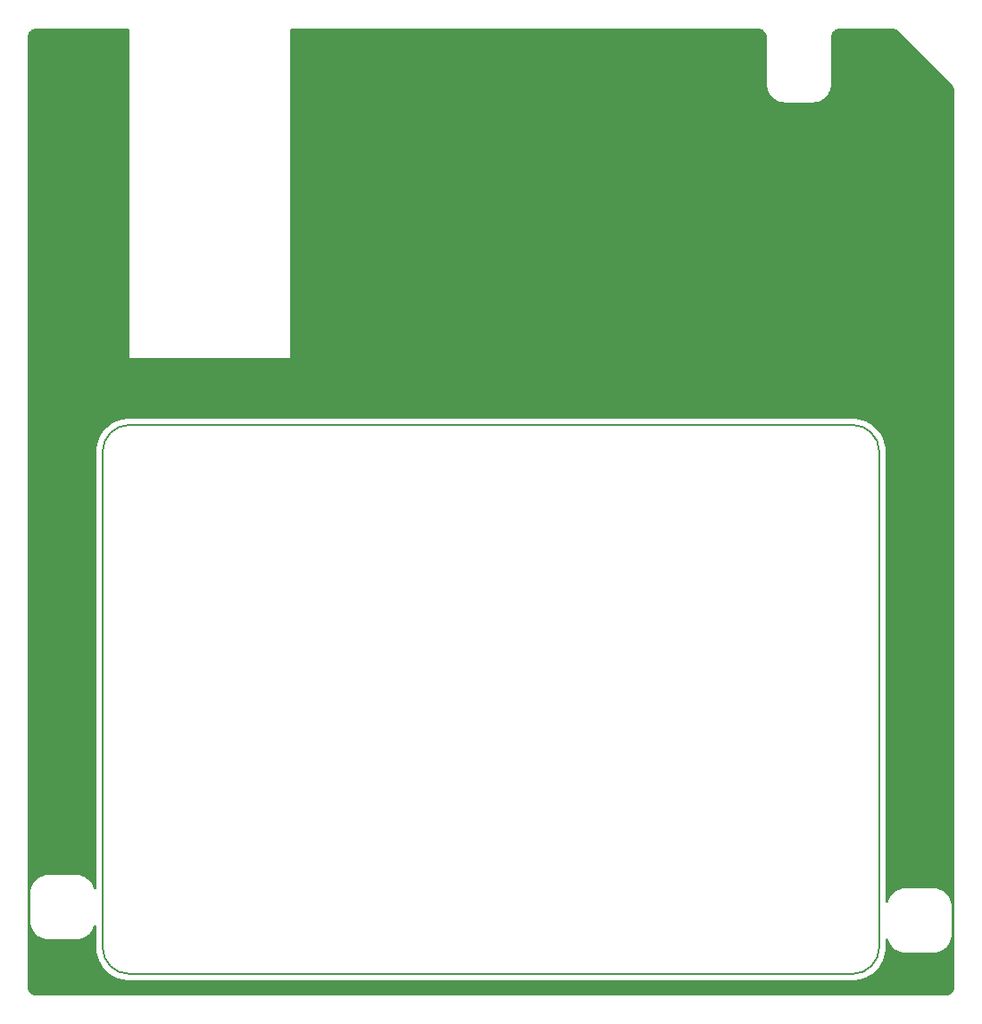
<source format=gtl>
%TF.GenerationSoftware,KiCad,Pcbnew,(6.0.5)*%
%TF.CreationDate,2022-10-23T19:39:55-05:00*%
%TF.ProjectId,floppy-console,666c6f70-7079-42d6-936f-6e736f6c652e,rev?*%
%TF.SameCoordinates,Original*%
%TF.FileFunction,Copper,L1,Top*%
%TF.FilePolarity,Positive*%
%FSLAX46Y46*%
G04 Gerber Fmt 4.6, Leading zero omitted, Abs format (unit mm)*
G04 Created by KiCad (PCBNEW (6.0.5)) date 2022-10-23 19:39:55*
%MOMM*%
%LPD*%
G01*
G04 APERTURE LIST*
%TA.AperFunction,NonConductor*%
%ADD10C,0.150000*%
%TD*%
%TA.AperFunction,ViaPad*%
%ADD11C,0.800000*%
%TD*%
G04 APERTURE END LIST*
D10*
X177800000Y-140970000D02*
G75*
G03*
X180340000Y-138430000I0J2540000D01*
G01*
X109220000Y-88900000D02*
X177800000Y-88900000D01*
X106680000Y-138430000D02*
G75*
G03*
X109220000Y-140970000I2540000J0D01*
G01*
X109220000Y-88900000D02*
G75*
G03*
X106680000Y-91440000I0J-2540000D01*
G01*
X106680000Y-138430000D02*
X106680000Y-91440000D01*
X109220000Y-140970000D02*
X177800000Y-140970000D01*
X180340000Y-91440000D02*
G75*
G03*
X177800000Y-88900000I-2540000J0D01*
G01*
X180340000Y-91440000D02*
X180340000Y-138430000D01*
D11*
%TO.N,+3V3*%
X135890000Y-63500000D03*
X128270000Y-63500000D03*
X140970000Y-63500000D03*
X138430000Y-63500000D03*
X133350000Y-63500000D03*
X130810000Y-63500000D03*
X143510000Y-63500000D03*
X148590000Y-63500000D03*
X125730000Y-63500000D03*
X128270000Y-83820000D03*
X125730000Y-83820000D03*
X127000000Y-83820000D03*
X129540000Y-83820000D03*
X146050000Y-63500000D03*
%TD*%
%TA.AperFunction,Conductor*%
%TO.N,+3V3*%
G36*
X109162121Y-51328502D02*
G01*
X109208614Y-51382158D01*
X109220000Y-51434500D01*
X109220000Y-82550000D01*
X124460000Y-82550000D01*
X124460000Y-51434500D01*
X124480002Y-51366379D01*
X124533658Y-51319886D01*
X124586000Y-51308500D01*
X168860633Y-51308500D01*
X168880018Y-51310000D01*
X168894852Y-51312310D01*
X168894855Y-51312310D01*
X168903724Y-51313691D01*
X168913659Y-51312392D01*
X168914746Y-51312250D01*
X168943431Y-51311793D01*
X169016741Y-51319013D01*
X169046212Y-51321916D01*
X169070432Y-51326733D01*
X169189546Y-51362866D01*
X169212355Y-51372315D01*
X169322124Y-51430987D01*
X169342655Y-51444705D01*
X169438876Y-51523671D01*
X169456329Y-51541124D01*
X169535295Y-51637345D01*
X169549013Y-51657876D01*
X169607685Y-51767645D01*
X169617134Y-51790454D01*
X169653267Y-51909568D01*
X169658084Y-51933789D01*
X169667541Y-52029809D01*
X169667091Y-52045868D01*
X169667800Y-52045877D01*
X169667690Y-52054853D01*
X169666309Y-52063724D01*
X169667473Y-52072626D01*
X169667473Y-52072628D01*
X169670436Y-52095283D01*
X169671500Y-52111621D01*
X169671500Y-56480633D01*
X169670000Y-56500018D01*
X169667690Y-56514851D01*
X169667690Y-56514855D01*
X169666309Y-56523724D01*
X169667130Y-56530000D01*
X169666957Y-56530000D01*
X169685106Y-56783753D01*
X169686062Y-56788147D01*
X169732461Y-57001439D01*
X169739183Y-57032341D01*
X169740755Y-57036556D01*
X169740756Y-57036559D01*
X169787749Y-57162552D01*
X169828087Y-57270703D01*
X169950009Y-57493986D01*
X169952706Y-57497589D01*
X169952710Y-57497595D01*
X170069897Y-57654138D01*
X170102466Y-57697645D01*
X170282355Y-57877534D01*
X170285958Y-57880231D01*
X170482405Y-58027290D01*
X170482411Y-58027294D01*
X170486014Y-58029991D01*
X170709297Y-58151913D01*
X170713509Y-58153484D01*
X170943441Y-58239244D01*
X170943444Y-58239245D01*
X170947659Y-58240817D01*
X170952050Y-58241772D01*
X170952056Y-58241774D01*
X171137513Y-58282117D01*
X171196247Y-58294894D01*
X171200735Y-58295215D01*
X171416668Y-58310659D01*
X171428577Y-58312083D01*
X171431251Y-58312533D01*
X171432645Y-58312768D01*
X171432647Y-58312768D01*
X171437448Y-58313576D01*
X171443991Y-58313656D01*
X171445140Y-58313670D01*
X171445143Y-58313670D01*
X171450000Y-58313729D01*
X171477624Y-58309773D01*
X171495486Y-58308500D01*
X173936750Y-58308500D01*
X173957655Y-58310246D01*
X173972656Y-58312770D01*
X173972659Y-58312770D01*
X173977448Y-58313576D01*
X173983445Y-58313649D01*
X173985132Y-58313670D01*
X173985136Y-58313670D01*
X173990000Y-58313729D01*
X173994994Y-58313014D01*
X173995149Y-58312992D01*
X174004016Y-58312041D01*
X174239265Y-58295215D01*
X174243753Y-58294894D01*
X174302487Y-58282117D01*
X174487944Y-58241774D01*
X174487950Y-58241772D01*
X174492341Y-58240817D01*
X174496556Y-58239245D01*
X174496559Y-58239244D01*
X174726491Y-58153484D01*
X174730703Y-58151913D01*
X174953986Y-58029991D01*
X174957589Y-58027294D01*
X174957595Y-58027290D01*
X175154042Y-57880231D01*
X175157645Y-57877534D01*
X175337534Y-57697645D01*
X175370103Y-57654138D01*
X175487290Y-57497595D01*
X175487294Y-57497589D01*
X175489991Y-57493986D01*
X175611913Y-57270703D01*
X175652251Y-57162552D01*
X175699244Y-57036559D01*
X175699245Y-57036556D01*
X175700817Y-57032341D01*
X175707540Y-57001439D01*
X175753938Y-56788147D01*
X175754894Y-56783753D01*
X175761692Y-56688703D01*
X175770659Y-56563332D01*
X175772084Y-56551418D01*
X175772768Y-56547355D01*
X175772768Y-56547353D01*
X175773576Y-56542552D01*
X175773729Y-56530000D01*
X175769773Y-56502376D01*
X175768500Y-56484514D01*
X175768500Y-52123250D01*
X175770246Y-52102345D01*
X175772770Y-52087344D01*
X175772770Y-52087341D01*
X175773576Y-52082552D01*
X175773729Y-52070000D01*
X175772788Y-52063429D01*
X175772123Y-52033218D01*
X175781916Y-51933789D01*
X175786733Y-51909568D01*
X175822866Y-51790454D01*
X175832315Y-51767645D01*
X175890987Y-51657876D01*
X175904705Y-51637345D01*
X175983671Y-51541124D01*
X176001124Y-51523671D01*
X176097345Y-51444705D01*
X176117876Y-51430987D01*
X176227645Y-51372315D01*
X176250454Y-51362866D01*
X176369568Y-51326733D01*
X176393789Y-51321916D01*
X176489809Y-51312459D01*
X176505868Y-51312909D01*
X176505877Y-51312200D01*
X176514853Y-51312310D01*
X176523724Y-51313691D01*
X176532626Y-51312527D01*
X176532628Y-51312527D01*
X176549059Y-51310378D01*
X176555286Y-51309564D01*
X176571621Y-51308500D01*
X181560633Y-51308500D01*
X181580018Y-51310000D01*
X181594852Y-51312310D01*
X181594855Y-51312310D01*
X181603724Y-51313691D01*
X181613659Y-51312392D01*
X181614746Y-51312250D01*
X181643431Y-51311793D01*
X181716741Y-51319013D01*
X181746212Y-51321916D01*
X181770432Y-51326733D01*
X181889546Y-51362866D01*
X181912356Y-51372315D01*
X182022122Y-51430986D01*
X182042660Y-51444709D01*
X182117247Y-51505921D01*
X182128284Y-51517596D01*
X182128792Y-51517100D01*
X182135056Y-51523520D01*
X182140354Y-51530771D01*
X182147471Y-51536242D01*
X182147476Y-51536247D01*
X182165600Y-51550179D01*
X182177904Y-51560979D01*
X187193552Y-56576627D01*
X187206198Y-56591394D01*
X187220354Y-56610771D01*
X187227471Y-56616242D01*
X187227473Y-56616244D01*
X187229167Y-56617546D01*
X187249774Y-56637508D01*
X187315291Y-56717341D01*
X187329014Y-56737878D01*
X187387685Y-56847644D01*
X187397134Y-56870454D01*
X187433267Y-56989568D01*
X187438084Y-57013789D01*
X187447541Y-57109809D01*
X187447091Y-57125868D01*
X187447800Y-57125877D01*
X187447690Y-57134853D01*
X187446309Y-57143724D01*
X187447473Y-57152626D01*
X187447473Y-57152628D01*
X187450436Y-57175283D01*
X187451500Y-57191621D01*
X187451500Y-134565957D01*
X187436089Y-134618441D01*
X187450610Y-134652357D01*
X187451500Y-134667306D01*
X187451500Y-137121497D01*
X187437937Y-137167687D01*
X187448621Y-137187252D01*
X187451500Y-137214035D01*
X187451500Y-142190633D01*
X187450000Y-142210018D01*
X187446309Y-142233724D01*
X187447473Y-142242626D01*
X187447750Y-142244746D01*
X187448207Y-142273431D01*
X187447289Y-142282755D01*
X187438084Y-142376212D01*
X187433267Y-142400432D01*
X187397134Y-142519546D01*
X187387685Y-142542355D01*
X187329013Y-142652124D01*
X187315295Y-142672655D01*
X187236329Y-142768876D01*
X187218876Y-142786329D01*
X187122655Y-142865295D01*
X187102124Y-142879013D01*
X186992355Y-142937685D01*
X186969546Y-142947134D01*
X186850432Y-142983267D01*
X186826211Y-142988084D01*
X186730191Y-142997541D01*
X186714132Y-142997091D01*
X186714123Y-142997800D01*
X186705147Y-142997690D01*
X186696276Y-142996309D01*
X186687374Y-142997473D01*
X186687372Y-142997473D01*
X186674856Y-142999110D01*
X186664714Y-143000436D01*
X186648379Y-143001500D01*
X100379367Y-143001500D01*
X100359982Y-143000000D01*
X100345148Y-142997690D01*
X100345145Y-142997690D01*
X100336276Y-142996309D01*
X100326341Y-142997608D01*
X100325254Y-142997750D01*
X100296569Y-142998207D01*
X100223259Y-142990987D01*
X100193788Y-142988084D01*
X100169568Y-142983267D01*
X100050454Y-142947134D01*
X100027645Y-142937685D01*
X99917876Y-142879013D01*
X99897345Y-142865295D01*
X99801124Y-142786329D01*
X99783671Y-142768876D01*
X99704705Y-142672655D01*
X99690987Y-142652124D01*
X99632315Y-142542355D01*
X99622866Y-142519546D01*
X99586733Y-142400432D01*
X99581916Y-142376212D01*
X99572711Y-142282755D01*
X99572607Y-142259151D01*
X99572768Y-142257354D01*
X99573576Y-142252552D01*
X99573729Y-142240000D01*
X99569773Y-142212376D01*
X99568500Y-142194514D01*
X99568500Y-135944038D01*
X99583143Y-135894167D01*
X99583058Y-135893975D01*
X99806035Y-135893975D01*
X99815396Y-135908540D01*
X99820179Y-135935049D01*
X99835106Y-136143753D01*
X99836062Y-136148147D01*
X99882738Y-136362712D01*
X99889183Y-136392341D01*
X99978087Y-136630703D01*
X100100009Y-136853986D01*
X100102706Y-136857589D01*
X100102710Y-136857595D01*
X100219897Y-137014138D01*
X100252466Y-137057645D01*
X100432355Y-137237534D01*
X100435958Y-137240231D01*
X100632405Y-137387290D01*
X100632411Y-137387294D01*
X100636014Y-137389991D01*
X100639971Y-137392152D01*
X100639973Y-137392153D01*
X100748500Y-137451413D01*
X100859297Y-137511913D01*
X100863509Y-137513484D01*
X101093441Y-137599244D01*
X101093444Y-137599245D01*
X101097659Y-137600817D01*
X101102050Y-137601772D01*
X101102056Y-137601774D01*
X101244273Y-137632711D01*
X101346247Y-137654894D01*
X101350735Y-137655215D01*
X101566668Y-137670659D01*
X101578577Y-137672083D01*
X101581251Y-137672533D01*
X101582645Y-137672768D01*
X101582647Y-137672768D01*
X101587448Y-137673576D01*
X101593991Y-137673656D01*
X101595140Y-137673670D01*
X101595143Y-137673670D01*
X101600000Y-137673729D01*
X101627624Y-137669773D01*
X101645486Y-137668500D01*
X104086750Y-137668500D01*
X104107655Y-137670246D01*
X104122656Y-137672770D01*
X104122659Y-137672770D01*
X104127448Y-137673576D01*
X104133445Y-137673649D01*
X104135132Y-137673670D01*
X104135136Y-137673670D01*
X104140000Y-137673729D01*
X104144994Y-137673014D01*
X104145149Y-137672992D01*
X104154016Y-137672041D01*
X104389265Y-137655215D01*
X104393753Y-137654894D01*
X104495727Y-137632711D01*
X104637944Y-137601774D01*
X104637950Y-137601772D01*
X104642341Y-137600817D01*
X104646556Y-137599245D01*
X104646559Y-137599244D01*
X104876491Y-137513484D01*
X104880703Y-137511913D01*
X104991500Y-137451413D01*
X105100027Y-137392153D01*
X105100029Y-137392152D01*
X105103986Y-137389991D01*
X105107589Y-137387294D01*
X105107595Y-137387290D01*
X105304042Y-137240231D01*
X105307645Y-137237534D01*
X105487534Y-137057645D01*
X105520103Y-137014138D01*
X105637290Y-136857595D01*
X105637294Y-136857589D01*
X105639991Y-136853986D01*
X105761913Y-136630703D01*
X105850817Y-136392341D01*
X105851390Y-136392555D01*
X105887988Y-136335607D01*
X105952569Y-136306114D01*
X106022843Y-136316219D01*
X106076498Y-136362712D01*
X106096500Y-136430832D01*
X106096500Y-138383497D01*
X106095422Y-138399944D01*
X106091465Y-138430000D01*
X106092544Y-138438193D01*
X106092544Y-138439776D01*
X106092967Y-138444384D01*
X106109347Y-138756943D01*
X106109860Y-138760183D01*
X106109861Y-138760191D01*
X106127134Y-138869244D01*
X106160563Y-139080303D01*
X106245298Y-139396539D01*
X106362624Y-139702186D01*
X106364122Y-139705126D01*
X106509759Y-139990955D01*
X106509763Y-139990962D01*
X106511257Y-139993894D01*
X106689567Y-140268467D01*
X106895601Y-140522898D01*
X107127102Y-140754399D01*
X107381533Y-140960433D01*
X107384305Y-140962233D01*
X107384308Y-140962235D01*
X107653337Y-141136944D01*
X107656107Y-141138743D01*
X107659041Y-141140238D01*
X107659048Y-141140242D01*
X107944874Y-141285878D01*
X107947814Y-141287376D01*
X108253461Y-141404702D01*
X108569697Y-141489437D01*
X108741326Y-141516621D01*
X108889809Y-141540139D01*
X108889817Y-141540140D01*
X108893057Y-141540653D01*
X109125112Y-141552814D01*
X109205616Y-141557033D01*
X109210224Y-141557456D01*
X109211807Y-141557456D01*
X109220000Y-141558535D01*
X109228188Y-141557457D01*
X109228190Y-141557457D01*
X109250056Y-141554578D01*
X109266503Y-141553500D01*
X177753497Y-141553500D01*
X177769944Y-141554578D01*
X177791810Y-141557457D01*
X177791812Y-141557457D01*
X177800000Y-141558535D01*
X177808193Y-141557456D01*
X177809776Y-141557456D01*
X177814384Y-141557033D01*
X177894888Y-141552814D01*
X178126943Y-141540653D01*
X178130183Y-141540140D01*
X178130191Y-141540139D01*
X178278674Y-141516621D01*
X178450303Y-141489437D01*
X178766539Y-141404702D01*
X179072186Y-141287376D01*
X179075126Y-141285878D01*
X179360955Y-141140241D01*
X179360962Y-141140237D01*
X179363894Y-141138743D01*
X179638467Y-140960433D01*
X179892898Y-140754399D01*
X180124399Y-140522898D01*
X180330433Y-140268467D01*
X180508743Y-139993894D01*
X180510237Y-139990962D01*
X180510241Y-139990955D01*
X180655878Y-139705126D01*
X180657376Y-139702186D01*
X180774702Y-139396539D01*
X180859437Y-139080303D01*
X180892866Y-138869244D01*
X180910139Y-138760191D01*
X180910140Y-138760183D01*
X180910653Y-138756943D01*
X180927033Y-138444384D01*
X180927456Y-138439776D01*
X180927456Y-138438193D01*
X180928535Y-138430000D01*
X180924578Y-138399944D01*
X180923500Y-138383497D01*
X180923500Y-137700832D01*
X180943502Y-137632711D01*
X180997158Y-137586218D01*
X181067432Y-137576114D01*
X181132012Y-137605608D01*
X181168610Y-137662555D01*
X181169183Y-137662341D01*
X181170755Y-137666555D01*
X181170755Y-137666556D01*
X181173173Y-137673038D01*
X181258087Y-137900703D01*
X181380009Y-138123986D01*
X181382706Y-138127589D01*
X181382710Y-138127595D01*
X181499897Y-138284138D01*
X181532466Y-138327645D01*
X181712355Y-138507534D01*
X181715958Y-138510231D01*
X181912405Y-138657290D01*
X181912411Y-138657294D01*
X181916014Y-138659991D01*
X182139297Y-138781913D01*
X182143509Y-138783484D01*
X182373441Y-138869244D01*
X182373444Y-138869245D01*
X182377659Y-138870817D01*
X182382050Y-138871772D01*
X182382056Y-138871774D01*
X182567513Y-138912117D01*
X182626247Y-138924894D01*
X182630735Y-138925215D01*
X182846668Y-138940659D01*
X182858577Y-138942083D01*
X182861251Y-138942533D01*
X182862645Y-138942768D01*
X182862647Y-138942768D01*
X182867448Y-138943576D01*
X182873991Y-138943656D01*
X182875140Y-138943670D01*
X182875143Y-138943670D01*
X182880000Y-138943729D01*
X182907624Y-138939773D01*
X182925486Y-138938500D01*
X185366750Y-138938500D01*
X185387655Y-138940246D01*
X185402656Y-138942770D01*
X185402659Y-138942770D01*
X185407448Y-138943576D01*
X185413445Y-138943649D01*
X185415132Y-138943670D01*
X185415136Y-138943670D01*
X185420000Y-138943729D01*
X185424994Y-138943014D01*
X185425149Y-138942992D01*
X185434016Y-138942041D01*
X185669265Y-138925215D01*
X185673753Y-138924894D01*
X185732487Y-138912117D01*
X185917944Y-138871774D01*
X185917950Y-138871772D01*
X185922341Y-138870817D01*
X185926556Y-138869245D01*
X185926559Y-138869244D01*
X186156491Y-138783484D01*
X186160703Y-138781913D01*
X186383986Y-138659991D01*
X186387589Y-138657294D01*
X186387595Y-138657290D01*
X186584042Y-138510231D01*
X186587645Y-138507534D01*
X186767534Y-138327645D01*
X186800103Y-138284138D01*
X186917290Y-138127595D01*
X186917294Y-138127589D01*
X186919991Y-138123986D01*
X187041913Y-137900703D01*
X187126827Y-137673038D01*
X187129244Y-137666559D01*
X187129245Y-137666556D01*
X187130817Y-137662341D01*
X187132368Y-137655215D01*
X187183938Y-137418147D01*
X187184894Y-137413753D01*
X187186594Y-137389991D01*
X187199821Y-137205046D01*
X187212918Y-137169932D01*
X187204604Y-137156995D01*
X187200775Y-137139373D01*
X187199771Y-137132362D01*
X187198500Y-137114514D01*
X187198500Y-134673250D01*
X187200246Y-134652346D01*
X187201246Y-134646402D01*
X187215128Y-134617831D01*
X187204604Y-134601455D01*
X187199821Y-134574946D01*
X187185215Y-134370735D01*
X187184894Y-134366247D01*
X187148062Y-134196933D01*
X187131774Y-134122056D01*
X187131772Y-134122050D01*
X187130817Y-134117659D01*
X187041913Y-133879297D01*
X186919991Y-133656014D01*
X186917294Y-133652411D01*
X186917290Y-133652405D01*
X186770231Y-133455958D01*
X186767534Y-133452355D01*
X186587645Y-133272466D01*
X186492764Y-133201439D01*
X186387595Y-133122710D01*
X186387589Y-133122706D01*
X186383986Y-133120009D01*
X186348689Y-133100735D01*
X186164653Y-133000244D01*
X186160703Y-132998087D01*
X185961483Y-132923782D01*
X185926559Y-132910756D01*
X185926556Y-132910755D01*
X185922341Y-132909183D01*
X185917950Y-132908228D01*
X185917944Y-132908226D01*
X185732487Y-132867883D01*
X185673753Y-132855106D01*
X185669265Y-132854785D01*
X185453332Y-132839341D01*
X185441423Y-132837917D01*
X185438749Y-132837467D01*
X185437355Y-132837232D01*
X185437353Y-132837232D01*
X185432552Y-132836424D01*
X185426009Y-132836344D01*
X185424860Y-132836330D01*
X185424857Y-132836330D01*
X185420000Y-132836271D01*
X185398563Y-132839341D01*
X185392376Y-132840227D01*
X185374514Y-132841500D01*
X182933250Y-132841500D01*
X182912345Y-132839754D01*
X182897344Y-132837230D01*
X182897341Y-132837230D01*
X182892552Y-132836424D01*
X182886555Y-132836351D01*
X182884868Y-132836330D01*
X182884864Y-132836330D01*
X182880000Y-132836271D01*
X182875006Y-132836986D01*
X182874851Y-132837008D01*
X182865984Y-132837959D01*
X182733358Y-132847445D01*
X182626247Y-132855106D01*
X182567513Y-132867883D01*
X182382056Y-132908226D01*
X182382050Y-132908228D01*
X182377659Y-132909183D01*
X182373444Y-132910755D01*
X182373441Y-132910756D01*
X182338517Y-132923782D01*
X182139297Y-132998087D01*
X182135347Y-133000244D01*
X181951312Y-133100735D01*
X181916014Y-133120009D01*
X181912411Y-133122706D01*
X181912405Y-133122710D01*
X181807236Y-133201439D01*
X181712355Y-133272466D01*
X181532466Y-133452355D01*
X181529769Y-133455958D01*
X181382710Y-133652405D01*
X181382706Y-133652411D01*
X181380009Y-133656014D01*
X181258087Y-133879297D01*
X181169183Y-134117659D01*
X181168610Y-134117445D01*
X181132012Y-134174393D01*
X181067431Y-134203886D01*
X180997157Y-134193781D01*
X180943502Y-134147288D01*
X180923500Y-134079168D01*
X180923500Y-91486503D01*
X180924578Y-91470056D01*
X180927457Y-91448190D01*
X180927457Y-91448188D01*
X180928535Y-91440000D01*
X180927456Y-91431807D01*
X180927456Y-91430224D01*
X180927033Y-91425616D01*
X180910825Y-91116347D01*
X180910653Y-91113057D01*
X180859437Y-90789697D01*
X180774702Y-90473461D01*
X180657376Y-90167814D01*
X180508743Y-89876107D01*
X180330433Y-89601533D01*
X180124399Y-89347102D01*
X179892898Y-89115601D01*
X179638467Y-88909567D01*
X179363894Y-88731257D01*
X179360962Y-88729763D01*
X179360955Y-88729759D01*
X179075126Y-88584122D01*
X179072186Y-88582624D01*
X178766539Y-88465298D01*
X178450303Y-88380563D01*
X178278674Y-88353379D01*
X178130191Y-88329861D01*
X178130183Y-88329860D01*
X178126943Y-88329347D01*
X177881798Y-88316500D01*
X177814384Y-88312967D01*
X177809776Y-88312544D01*
X177808193Y-88312544D01*
X177800000Y-88311465D01*
X177791812Y-88312543D01*
X177791810Y-88312543D01*
X177769944Y-88315422D01*
X177753497Y-88316500D01*
X109266503Y-88316500D01*
X109250056Y-88315422D01*
X109228190Y-88312543D01*
X109228188Y-88312543D01*
X109220000Y-88311465D01*
X109211807Y-88312544D01*
X109210224Y-88312544D01*
X109205616Y-88312967D01*
X109138202Y-88316500D01*
X108893057Y-88329347D01*
X108889817Y-88329860D01*
X108889809Y-88329861D01*
X108741326Y-88353379D01*
X108569697Y-88380563D01*
X108253461Y-88465298D01*
X107947814Y-88582624D01*
X107944874Y-88584122D01*
X107659048Y-88729758D01*
X107659041Y-88729762D01*
X107656107Y-88731257D01*
X107653341Y-88733053D01*
X107653338Y-88733055D01*
X107473416Y-88849897D01*
X107381533Y-88909567D01*
X107127102Y-89115601D01*
X106895601Y-89347102D01*
X106689567Y-89601533D01*
X106511257Y-89876107D01*
X106362624Y-90167814D01*
X106245298Y-90473461D01*
X106160563Y-90789697D01*
X106109347Y-91113057D01*
X106109175Y-91116347D01*
X106092967Y-91425616D01*
X106092544Y-91430224D01*
X106092544Y-91431807D01*
X106091465Y-91440000D01*
X106092543Y-91448188D01*
X106092543Y-91448190D01*
X106095422Y-91470056D01*
X106096500Y-91486503D01*
X106096500Y-132809168D01*
X106076498Y-132877289D01*
X106022842Y-132923782D01*
X105952568Y-132933886D01*
X105887988Y-132904392D01*
X105851390Y-132847445D01*
X105850817Y-132847659D01*
X105849835Y-132845027D01*
X105847081Y-132837641D01*
X105763484Y-132613509D01*
X105761913Y-132609297D01*
X105639991Y-132386014D01*
X105637294Y-132382411D01*
X105637290Y-132382405D01*
X105490231Y-132185958D01*
X105487534Y-132182355D01*
X105307645Y-132002466D01*
X105264138Y-131969897D01*
X105107595Y-131852710D01*
X105107589Y-131852706D01*
X105103986Y-131850009D01*
X104880703Y-131728087D01*
X104876491Y-131726516D01*
X104646559Y-131640756D01*
X104646556Y-131640755D01*
X104642341Y-131639183D01*
X104637950Y-131638228D01*
X104637944Y-131638226D01*
X104452487Y-131597883D01*
X104393753Y-131585106D01*
X104389265Y-131584785D01*
X104173332Y-131569341D01*
X104161423Y-131567917D01*
X104158749Y-131567467D01*
X104157355Y-131567232D01*
X104157353Y-131567232D01*
X104152552Y-131566424D01*
X104146009Y-131566344D01*
X104144860Y-131566330D01*
X104144857Y-131566330D01*
X104140000Y-131566271D01*
X104118563Y-131569341D01*
X104112376Y-131570227D01*
X104094514Y-131571500D01*
X101653250Y-131571500D01*
X101632345Y-131569754D01*
X101617344Y-131567230D01*
X101617341Y-131567230D01*
X101612552Y-131566424D01*
X101606555Y-131566351D01*
X101604868Y-131566330D01*
X101604864Y-131566330D01*
X101600000Y-131566271D01*
X101595006Y-131566986D01*
X101594851Y-131567008D01*
X101585984Y-131567959D01*
X101350735Y-131584785D01*
X101346247Y-131585106D01*
X101287513Y-131597883D01*
X101102056Y-131638226D01*
X101102050Y-131638228D01*
X101097659Y-131639183D01*
X101093444Y-131640755D01*
X101093441Y-131640756D01*
X100863509Y-131726516D01*
X100859297Y-131728087D01*
X100636014Y-131850009D01*
X100632411Y-131852706D01*
X100632405Y-131852710D01*
X100475862Y-131969897D01*
X100432355Y-132002466D01*
X100252466Y-132182355D01*
X100249769Y-132185958D01*
X100102710Y-132382405D01*
X100102706Y-132382411D01*
X100100009Y-132386014D01*
X99978087Y-132609297D01*
X99976516Y-132613509D01*
X99892920Y-132837641D01*
X99889183Y-132847659D01*
X99888228Y-132852050D01*
X99888226Y-132852056D01*
X99887563Y-132855106D01*
X99835106Y-133096247D01*
X99834785Y-133100735D01*
X99820179Y-133304954D01*
X99808151Y-133337201D01*
X99815396Y-133348474D01*
X99819435Y-133367625D01*
X99820438Y-133375297D01*
X99821500Y-133391620D01*
X99821500Y-135840633D01*
X99820000Y-135860016D01*
X99819000Y-135866439D01*
X99806035Y-135893975D01*
X99583058Y-135893975D01*
X99569582Y-135863533D01*
X99568500Y-135847056D01*
X99568500Y-133383972D01*
X99581197Y-133340728D01*
X99571379Y-133322748D01*
X99568500Y-133295965D01*
X99568500Y-52123250D01*
X99570246Y-52102345D01*
X99572770Y-52087344D01*
X99572770Y-52087341D01*
X99573576Y-52082552D01*
X99573729Y-52070000D01*
X99572788Y-52063429D01*
X99572123Y-52033218D01*
X99581916Y-51933789D01*
X99586733Y-51909568D01*
X99622866Y-51790454D01*
X99632315Y-51767645D01*
X99690987Y-51657876D01*
X99704705Y-51637345D01*
X99783671Y-51541124D01*
X99801124Y-51523671D01*
X99897345Y-51444705D01*
X99917876Y-51430987D01*
X100027645Y-51372315D01*
X100050454Y-51362866D01*
X100169568Y-51326733D01*
X100193789Y-51321916D01*
X100289809Y-51312459D01*
X100305868Y-51312909D01*
X100305877Y-51312200D01*
X100314853Y-51312310D01*
X100323724Y-51313691D01*
X100332626Y-51312527D01*
X100332628Y-51312527D01*
X100349059Y-51310378D01*
X100355286Y-51309564D01*
X100371621Y-51308500D01*
X109094000Y-51308500D01*
X109162121Y-51328502D01*
G37*
%TD.AperFunction*%
%TD*%
M02*

</source>
